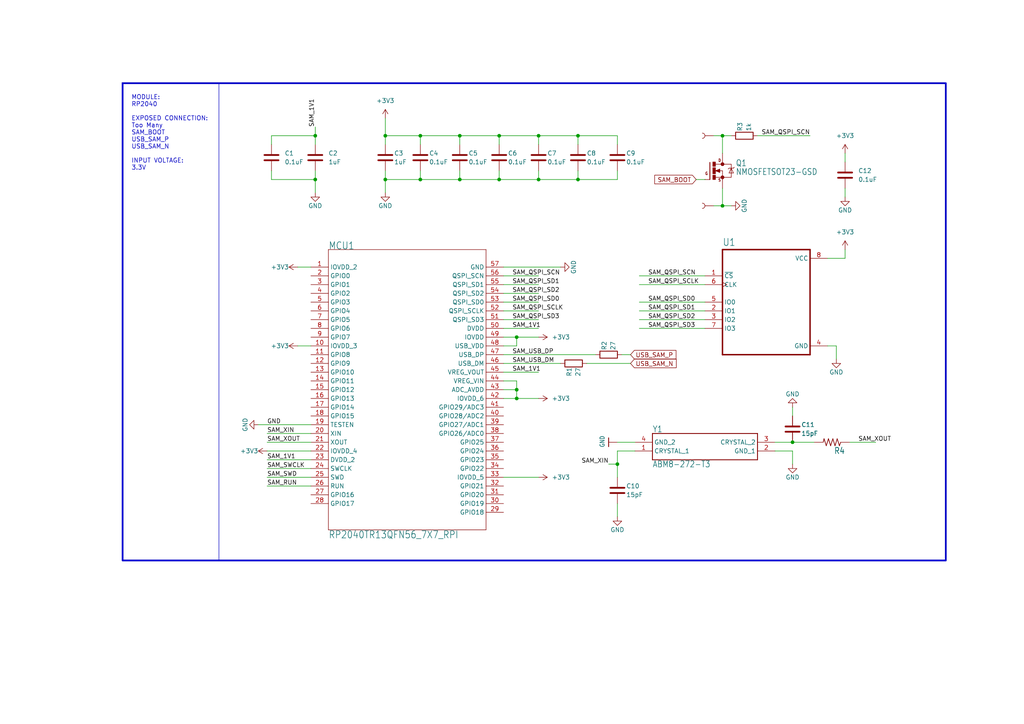
<source format=kicad_sch>
(kicad_sch (version 20230121) (generator eeschema)
  (paper "A4")
  (lib_symbols
    (symbol "AI_EINK-eagle-import:ABM8-272-T3"
      (property "Reference" "Y" (at 36.83 7.62 0))
      (symbol "ABM8-272-T3_1_0"
        (polyline (pts (xy 5.08 2.54) (xy 5.08 -5.08)) (stroke (width 0.254)))
        (polyline (pts (xy 5.08 2.54) (xy 35.56 2.54)) (stroke (width 0.254)))
        (polyline (pts (xy 35.56 -5.08) (xy 5.08 -5.08)) (stroke (width 0.254)))
        (polyline (pts (xy 35.56 -5.08) (xy 35.56 2.54)) (stroke (width 0.254)))
        (pin bidirectional line (at 0 -2.54 0) (length 5.08) (name "CRYSTAL_1") (number "1"))
        (pin bidirectional line (at 40.64 -2.54 180) (length 5.08) (name "GND_1") (number "2"))
        (pin bidirectional line (at 40.64 0 180) (length 5.08) (name "CRYSTAL_2") (number "3"))
        (pin bidirectional line (at 0 0 0) (length 5.08) (name "GND_2") (number "4"))
      )
    )
    (symbol "AI_EINK-eagle-import:GND" (power)
      (property "Value" "GND" (at -1.524 -2.54 0))
      (symbol "GND_1_0"
        (polyline (pts (xy -1.27 0) (xy 1.27 0)) (stroke (width 0.254)))
        (pin power_in line (at 0 2.54 270) (length 2.54) (name "GND") (number "1"))
      )
    )
    (symbol "AI_EINK-eagle-import:NMOSFETSOT23-GSD"
      (property "Reference" "Q" (at 6.35 1.27 0))
      (symbol "NMOSFETSOT23-GSD_1_0"
        (rectangle (start -0.254 -2.54) (end 0.508 -1.27) (fill (type outline)))
        (rectangle (start -0.254 -0.889) (end 0.508 0.889) (fill (type outline)))
        (rectangle (start -0.254 1.27) (end 0.508 2.54) (fill (type outline)))
        (polyline (pts (xy -1.1176 -2.54) (xy -2.54 -2.54)) (stroke (width 0.1524)))
        (polyline (pts (xy -1.1176 2.413) (xy -1.1176 -2.54)) (stroke (width 0.254)))
        (polyline (pts (xy 0.508 -1.905) (xy 2.54 -1.905)) (stroke (width 0.1524)))
        (polyline (pts (xy 0.508 0) (xy 1.778 -0.508)) (stroke (width 0.1524)))
        (polyline (pts (xy 0.762 0) (xy 1.651 -0.254)) (stroke (width 0.3048)))
        (polyline (pts (xy 1.651 -0.254) (xy 1.651 0)) (stroke (width 0.3048)))
        (polyline (pts (xy 1.651 0) (xy 1.397 0)) (stroke (width 0.3048)))
        (polyline (pts (xy 1.651 0) (xy 2.54 0)) (stroke (width 0.1524)))
        (polyline (pts (xy 1.651 0.254) (xy 0.762 0)) (stroke (width 0.3048)))
        (polyline (pts (xy 1.778 -0.508) (xy 1.778 0.508)) (stroke (width 0.1524)))
        (polyline (pts (xy 1.778 0.508) (xy 0.508 0)) (stroke (width 0.1524)))
        (polyline (pts (xy 2.54 -1.905) (xy 2.54 -2.54)) (stroke (width 0.1524)))
        (polyline (pts (xy 2.54 0) (xy 2.54 -1.905)) (stroke (width 0.1524)))
        (polyline (pts (xy 2.54 1.905) (xy 0.5334 1.905)) (stroke (width 0.1524)))
        (polyline (pts (xy 2.54 1.905) (xy 5.08 1.905)) (stroke (width 0.1524)))
        (polyline (pts (xy 2.54 2.54) (xy 2.54 1.905)) (stroke (width 0.1524)))
        (polyline (pts (xy 4.445 -0.635) (xy 5.715 -0.635)) (stroke (width 0.1524)))
        (polyline (pts (xy 4.445 0.762) (xy 4.191 0.508)) (stroke (width 0.1524)))
        (polyline (pts (xy 4.445 0.762) (xy 5.08 0.762)) (stroke (width 0.1524)))
        (polyline (pts (xy 5.08 -1.905) (xy 2.54 -1.905)) (stroke (width 0.1524)))
        (polyline (pts (xy 5.08 0.762) (xy 4.445 -0.635)) (stroke (width 0.1524)))
        (polyline (pts (xy 5.08 0.762) (xy 5.08 -1.905)) (stroke (width 0.1524)))
        (polyline (pts (xy 5.08 0.762) (xy 5.715 0.762)) (stroke (width 0.1524)))
        (polyline (pts (xy 5.08 1.905) (xy 5.08 0.762)) (stroke (width 0.1524)))
        (polyline (pts (xy 5.715 -0.635) (xy 5.08 0.762)) (stroke (width 0.1524)))
        (polyline (pts (xy 5.715 0.762) (xy 5.969 1.016)) (stroke (width 0.1524)))
        (circle (center 2.54 -1.905) (radius 0.127) (stroke (width 0.4064)))
        (circle (center 2.54 1.905) (radius 0.127) (stroke (width 0.4064)))
        (text "D" (at 1.27 2.54 0) (effects (font (size 0.8128 0.6908)) (justify left bottom)))
        (text "G" (at -2.54 -1.27 0) (effects (font (size 0.8128 0.6908)) (justify left bottom)))
        (text "S" (at 1.27 -3.175 0) (effects (font (size 0.8128 0.6908)) (justify left bottom)))
        (pin passive line (at -2.54 -2.54 0) (length 0) (name "G") (number "1"))
        (pin passive line (at 2.54 -5.08 90) (length 2.54) (name "S") (number "2"))
        (pin passive line (at 2.54 5.08 270) (length 2.54) (name "D") (number "3"))
      )
    )
    (symbol "AI_EINK-eagle-import:R-USCHIP-0402(1005-METRIC)"
      (property "Reference" "R" (at 0 2.7686 0))
      (symbol "R-USCHIP-0402(1005-METRIC)_1_0"
        (polyline (pts (xy -2.54 0) (xy -2.159 1.016)) (stroke (width 0.2032)))
        (polyline (pts (xy -2.159 1.016) (xy -1.524 -1.016)) (stroke (width 0.2032)))
        (polyline (pts (xy -1.524 -1.016) (xy -0.889 1.016)) (stroke (width 0.2032)))
        (polyline (pts (xy -0.889 1.016) (xy -0.254 -1.016)) (stroke (width 0.2032)))
        (polyline (pts (xy -0.254 -1.016) (xy 0.381 1.016)) (stroke (width 0.2032)))
        (polyline (pts (xy 0.381 1.016) (xy 1.016 -1.016)) (stroke (width 0.2032)))
        (polyline (pts (xy 1.016 -1.016) (xy 1.651 1.016)) (stroke (width 0.2032)))
        (polyline (pts (xy 1.651 1.016) (xy 2.286 -1.016)) (stroke (width 0.2032)))
        (polyline (pts (xy 2.286 -1.016) (xy 2.54 0)) (stroke (width 0.2032)))
        (pin passive line (at -5.08 0 0) (length 2.54) (name "1") (number "1"))
        (pin passive line (at 5.08 0 180) (length 2.54) (name "2") (number "2"))
      )
    )
    (symbol "AI_EINK-eagle-import:RP2040TR13QFN56_7X7_RPI"
      (symbol "RP2040TR13QFN56_7X7_RPI_1_0"
        (polyline (pts (xy 7.62 -76.2) (xy 53.34 -76.2)) (stroke (width 0.1524)))
        (polyline (pts (xy 7.62 5.08) (xy 7.62 -76.2)) (stroke (width 0.1524)))
        (polyline (pts (xy 53.34 -76.2) (xy 53.34 5.08)) (stroke (width 0.1524)))
        (polyline (pts (xy 53.34 5.08) (xy 7.62 5.08)) (stroke (width 0.1524)))
        (pin power_in line (at 2.54 0 0) (length 5.08) (name "IOVDD_2") (number "1"))
        (pin power_in line (at 2.54 -22.86 0) (length 5.08) (name "IOVDD_3") (number "10"))
        (pin bidirectional line (at 2.54 -25.4 0) (length 5.08) (name "GPIO8") (number "11"))
        (pin bidirectional line (at 2.54 -27.94 0) (length 5.08) (name "GPIO9") (number "12"))
        (pin bidirectional line (at 2.54 -30.48 0) (length 5.08) (name "GPIO10") (number "13"))
        (pin bidirectional line (at 2.54 -33.02 0) (length 5.08) (name "GPIO11") (number "14"))
        (pin bidirectional line (at 2.54 -35.56 0) (length 5.08) (name "GPIO12") (number "15"))
        (pin bidirectional line (at 2.54 -38.1 0) (length 5.08) (name "GPIO13") (number "16"))
        (pin bidirectional line (at 2.54 -40.64 0) (length 5.08) (name "GPIO14") (number "17"))
        (pin bidirectional line (at 2.54 -43.18 0) (length 5.08) (name "GPIO15") (number "18"))
        (pin input line (at 2.54 -45.72 0) (length 5.08) (name "TESTEN") (number "19"))
        (pin bidirectional line (at 2.54 -2.54 0) (length 5.08) (name "GPIO0") (number "2"))
        (pin passive line (at 2.54 -48.26 0) (length 5.08) (name "XIN") (number "20"))
        (pin passive line (at 2.54 -50.8 0) (length 5.08) (name "XOUT") (number "21"))
        (pin power_in line (at 2.54 -53.34 0) (length 5.08) (name "IOVDD_4") (number "22"))
        (pin power_in line (at 2.54 -55.88 0) (length 5.08) (name "DVDD_2") (number "23"))
        (pin input line (at 2.54 -58.42 0) (length 5.08) (name "SWCLK") (number "24"))
        (pin bidirectional line (at 2.54 -60.96 0) (length 5.08) (name "SWD") (number "25"))
        (pin input line (at 2.54 -63.5 0) (length 5.08) (name "RUN") (number "26"))
        (pin bidirectional line (at 2.54 -66.04 0) (length 5.08) (name "GPIO16") (number "27"))
        (pin bidirectional line (at 2.54 -68.58 0) (length 5.08) (name "GPIO17") (number "28"))
        (pin bidirectional line (at 58.42 -71.12 180) (length 5.08) (name "GPIO18") (number "29"))
        (pin bidirectional line (at 2.54 -5.08 0) (length 5.08) (name "GPIO1") (number "3"))
        (pin bidirectional line (at 58.42 -68.58 180) (length 5.08) (name "GPIO19") (number "30"))
        (pin bidirectional line (at 58.42 -66.04 180) (length 5.08) (name "GPIO20") (number "31"))
        (pin bidirectional line (at 58.42 -63.5 180) (length 5.08) (name "GPIO21") (number "32"))
        (pin power_in line (at 58.42 -60.96 180) (length 5.08) (name "IOVDD_5") (number "33"))
        (pin bidirectional line (at 58.42 -58.42 180) (length 5.08) (name "GPIO22") (number "34"))
        (pin bidirectional line (at 58.42 -55.88 180) (length 5.08) (name "GPIO23") (number "35"))
        (pin bidirectional line (at 58.42 -53.34 180) (length 5.08) (name "GPIO24") (number "36"))
        (pin bidirectional line (at 58.42 -50.8 180) (length 5.08) (name "GPIO25") (number "37"))
        (pin bidirectional line (at 58.42 -48.26 180) (length 5.08) (name "GPIO26/ADC0") (number "38"))
        (pin bidirectional line (at 58.42 -45.72 180) (length 5.08) (name "GPIO27/ADC1") (number "39"))
        (pin bidirectional line (at 2.54 -7.62 0) (length 5.08) (name "GPIO2") (number "4"))
        (pin bidirectional line (at 58.42 -43.18 180) (length 5.08) (name "GPIO28/ADC2") (number "40"))
        (pin bidirectional line (at 58.42 -40.64 180) (length 5.08) (name "GPIO29/ADC3") (number "41"))
        (pin power_in line (at 58.42 -38.1 180) (length 5.08) (name "IOVDD_6") (number "42"))
        (pin power_in line (at 58.42 -35.56 180) (length 5.08) (name "ADC_AVDD") (number "43"))
        (pin power_in line (at 58.42 -33.02 180) (length 5.08) (name "VREG_VIN") (number "44"))
        (pin output line (at 58.42 -30.48 180) (length 5.08) (name "VREG_VOUT") (number "45"))
        (pin bidirectional line (at 58.42 -27.94 180) (length 5.08) (name "USB_DM") (number "46"))
        (pin bidirectional line (at 58.42 -25.4 180) (length 5.08) (name "USB_DP") (number "47"))
        (pin power_in line (at 58.42 -22.86 180) (length 5.08) (name "USB_VDD") (number "48"))
        (pin power_in line (at 58.42 -20.32 180) (length 5.08) (name "IOVDD") (number "49"))
        (pin bidirectional line (at 2.54 -10.16 0) (length 5.08) (name "GPIO3") (number "5"))
        (pin power_in line (at 58.42 -17.78 180) (length 5.08) (name "DVDD") (number "50"))
        (pin bidirectional line (at 58.42 -15.24 180) (length 5.08) (name "QSPI_SD3") (number "51"))
        (pin bidirectional line (at 58.42 -12.7 180) (length 5.08) (name "QSPI_SCLK") (number "52"))
        (pin bidirectional line (at 58.42 -10.16 180) (length 5.08) (name "QSPI_SD0") (number "53"))
        (pin bidirectional line (at 58.42 -7.62 180) (length 5.08) (name "QSPI_SD2") (number "54"))
        (pin bidirectional line (at 58.42 -5.08 180) (length 5.08) (name "QSPI_SD1") (number "55"))
        (pin bidirectional line (at 58.42 -2.54 180) (length 5.08) (name "QSPI_SCN") (number "56"))
        (pin passive line (at 58.42 0 180) (length 5.08) (name "GND") (number "57"))
        (pin bidirectional line (at 2.54 -12.7 0) (length 5.08) (name "GPIO4") (number "6"))
        (pin bidirectional line (at 2.54 -15.24 0) (length 5.08) (name "GPIO5") (number "7"))
        (pin bidirectional line (at 2.54 -17.78 0) (length 5.08) (name "GPIO6") (number "8"))
        (pin bidirectional line (at 2.54 -20.32 0) (length 5.08) (name "GPIO7") (number "9"))
      )
    )
    (symbol "AI_EINK-eagle-import:TEST-POINT3"
      (symbol "TEST-POINT3_1_0"
        (polyline (pts (xy 2.54 0) (xy 0 0)) (stroke (width 0.1524)))
        (arc (start 3.302 0.762) (mid 2.5433 0) (end 3.302 -0.762) (stroke (width 0.1524)))
        (pin bidirectional line (at 0 0 180) (length 0) (name "1") (number "P$1"))
      )
    )
    (symbol "AI_EINK-eagle-import:W25Q16JVUXIQ_TR"
      (property "Reference" "U" (at -12.7 16.24 0))
      (symbol "W25Q16JVUXIQ_TR_1_0"
        (polyline (pts (xy -12.7 -15.24) (xy -12.7 15.24)) (stroke (width 0.41)))
        (polyline (pts (xy -12.7 15.24) (xy 12.7 15.24)) (stroke (width 0.41)))
        (polyline (pts (xy 12.7 -15.24) (xy -12.7 -15.24)) (stroke (width 0.41)))
        (polyline (pts (xy 12.7 15.24) (xy 12.7 -15.24)) (stroke (width 0.41)))
        (pin input line (at -17.78 7.62 0) (length 5.08) (name "~{CS}") (number "1"))
        (pin bidirectional line (at -17.78 -2.54 0) (length 5.08) (name "IO1") (number "2"))
        (pin bidirectional line (at -17.78 -5.08 0) (length 5.08) (name "IO2") (number "3"))
        (pin power_in line (at 17.78 -12.7 180) (length 5.08) (name "GND") (number "4"))
        (pin bidirectional line (at -17.78 0 0) (length 5.08) (name "IO0") (number "5"))
        (pin input clock (at -17.78 5.08 0) (length 5.08) (name "CLK") (number "6"))
        (pin bidirectional line (at -17.78 -7.62 0) (length 5.08) (name "IO3") (number "7"))
        (pin power_in line (at 17.78 12.7 180) (length 5.08) (name "VCC") (number "8"))
      )
    )
    (symbol "Device:C" (pin_numbers hide) (pin_names (offset 0.254))
      (property "Reference" "C" (at 0.635 2.54 0))
      (property "Value" "C" (at 0.635 -2.54 0))
      (symbol "C_0_1"
        (polyline (pts (xy -2.032 -0.762) (xy 2.032 -0.762)) (stroke (width 0.508)))
        (polyline (pts (xy -2.032 0.762) (xy 2.032 0.762)) (stroke (width 0.508)))
      )
      (symbol "C_1_1"
        (pin passive line (at 0 3.81 270) (length 2.794) (name "~") (number "1"))
        (pin passive line (at 0 -3.81 90) (length 2.794) (name "~") (number "2"))
      )
    )
    (symbol "Device:R" (pin_numbers hide) (pin_names (offset 0))
      (property "Reference" "R" (at 2.032 0 90))
      (property "Value" "R" (at 0 0 90))
      (symbol "R_0_1"
        (rectangle (start -1.016 -2.54) (end 1.016 2.54) (stroke (width 0.254)))
      )
      (symbol "R_1_1"
        (pin passive line (at 0 3.81 270) (length 1.27) (name "~") (number "1"))
        (pin passive line (at 0 -3.81 90) (length 1.27) (name "~") (number "2"))
      )
    )
    (symbol "power:+3V3" (power) (pin_names (offset 0))
      (property "Value" "+3V3" (at 0 3.556 0))
      (symbol "+3V3_0_1"
        (polyline (pts (xy -0.762 1.27) (xy 0 2.54)))
        (polyline (pts (xy 0 0) (xy 0 2.54)))
        (polyline (pts (xy 0 2.54) (xy 0.762 1.27)))
      )
      (symbol "+3V3_1_1"
        (pin power_in line (at 0 0 90) (length 0) hide (name "+3V3") (number "1"))
      )
    )
    (symbol "power:GND" (power) (pin_names (offset 0))
      (property "Value" "GND" (at 0 -3.81 0))
      (symbol "GND_0_1"
        (polyline (pts (xy 0 0) (xy 0 -1.27) (xy 1.27 -1.27) (xy 0 -2.54) (xy -1.27 -1.27) (xy 0 -1.27)))
      )
      (symbol "GND_1_1"
        (pin power_in line (at 0 0 270) (length 0) hide (name "GND") (number "1"))
      )
    )
  )
  (junction (at 149.86 113.03))
  (junction (at 111.76 52.07))
  (junction (at 209.55 39.37))
  (junction (at 167.64 52.07))
  (junction (at 133.35 52.07))
  (junction (at 144.78 39.37))
  (junction (at 121.92 52.07))
  (junction (at 91.44 52.07))
  (junction (at 167.64 39.37))
  (junction (at 91.44 39.37))
  (junction (at 229.87 128.27))
  (junction (at 179.07 134.62))
  (junction (at 149.86 97.79))
  (junction (at 111.76 39.37))
  (junction (at 156.21 39.37))
  (junction (at 144.78 52.07))
  (junction (at 133.35 39.37))
  (junction (at 209.55 59.69))
  (junction (at 149.86 115.57))
  (junction (at 121.92 39.37))
  (junction (at 156.21 52.07))
  (wire (pts (xy 121.92 39.37) (xy 133.35 39.37)) (stroke (width 0.1524)))
  (wire (pts (xy 146.05 80.01) (xy 156.21 80.01)) (stroke (width 0.1524)))
  (wire (pts (xy 224.79 128.27) (xy 229.87 128.27)) (stroke (width 0.1524)))
  (wire (pts (xy 86.36 100.33) (xy 90.17 100.33)) (stroke (width 0.1524)))
  (wire (pts (xy 209.55 54.61) (xy 209.55 59.69)) (stroke (width 0.1524)))
  (wire (pts (xy 156.21 52.07) (xy 167.64 52.07)) (stroke (width 0.1524)))
  (wire (pts (xy 204.47 52.07) (xy 201.93 52.07)) (stroke (width 0.1524)))
  (wire (pts (xy 179.07 134.62) (xy 179.07 138.43)) (stroke (width 0.1524)))
  (wire (pts (xy 133.35 49.53) (xy 133.35 52.07)))
  (wire (pts (xy 146.05 115.57) (xy 149.86 115.57)))
  (wire (pts (xy 90.17 125.73) (xy 77.47 125.73)) (stroke (width 0.1524)))
  (wire (pts (xy 121.92 52.07) (xy 133.35 52.07)) (stroke (width 0.1524)))
  (wire (pts (xy 90.17 135.89) (xy 77.47 135.89)) (stroke (width 0.1524)))
  (wire (pts (xy 146.05 102.87) (xy 172.72 102.87)) (stroke (width 0.1524)))
  (wire (pts (xy 78.74 52.07) (xy 91.44 52.07)) (stroke (width 0.1524)))
  (wire (pts (xy 156.21 49.53) (xy 156.21 52.07)) (stroke (width 0.1524)))
  (wire (pts (xy 156.21 39.37) (xy 156.21 41.91)) (stroke (width 0.1524)))
  (wire (pts (xy 229.87 120.65) (xy 229.87 118.11)) (stroke (width 0.1524)))
  (wire (pts (xy 90.17 123.19) (xy 74.93 123.19)) (stroke (width 0.1524)))
  (wire (pts (xy 204.47 80.01) (xy 185.42 80.01)) (stroke (width 0.1524)))
  (wire (pts (xy 146.05 87.63) (xy 156.21 87.63)) (stroke (width 0.1524)))
  (wire (pts (xy 179.07 49.53) (xy 179.07 52.07)) (stroke (width 0.1524)))
  (wire (pts (xy 90.17 140.97) (xy 77.47 140.97)) (stroke (width 0.1524)))
  (wire (pts (xy 146.05 97.79) (xy 149.86 97.79)))
  (wire (pts (xy 78.74 39.37) (xy 91.44 39.37)) (stroke (width 0.1524)))
  (wire (pts (xy 149.86 113.03) (xy 149.86 115.57)))
  (wire (pts (xy 90.17 130.81) (xy 77.47 130.81)) (stroke (width 0.1524)))
  (wire (pts (xy 179.07 130.81) (xy 179.07 134.62)) (stroke (width 0.1524)))
  (wire (pts (xy 146.05 77.47) (xy 162.56 77.47)) (stroke (width 0.1524)))
  (wire (pts (xy 146.05 92.71) (xy 156.21 92.71)) (stroke (width 0.1524)))
  (wire (pts (xy 146.05 113.03) (xy 149.86 113.03)))
  (wire (pts (xy 204.47 92.71) (xy 185.42 92.71)) (stroke (width 0.1524)))
  (wire (pts (xy 78.74 41.91) (xy 78.74 39.37)) (stroke (width 0.1524)))
  (wire (pts (xy 144.78 52.07) (xy 156.21 52.07)) (stroke (width 0.1524)))
  (wire (pts (xy 179.07 146.05) (xy 179.07 149.86)))
  (wire (pts (xy 111.76 39.37) (xy 111.76 41.91)) (stroke (width 0.1524)))
  (wire (pts (xy 90.17 133.35) (xy 77.47 133.35)) (stroke (width 0.1524)))
  (wire (pts (xy 149.86 115.57) (xy 156.21 115.57)))
  (wire (pts (xy 156.21 39.37) (xy 167.64 39.37)) (stroke (width 0.1524)))
  (wire (pts (xy 146.05 85.09) (xy 156.21 85.09)) (stroke (width 0.1524)))
  (wire (pts (xy 144.78 49.53) (xy 144.78 52.07)) (stroke (width 0.1524)))
  (wire (pts (xy 91.44 39.37) (xy 91.44 36.83)) (stroke (width 0.1524)))
  (wire (pts (xy 176.53 134.62) (xy 179.07 134.62)) (stroke (width 0.1524)))
  (wire (pts (xy 149.86 97.79) (xy 156.21 97.79)))
  (wire (pts (xy 240.03 100.33) (xy 242.57 100.33)))
  (wire (pts (xy 167.64 39.37) (xy 167.64 41.91)) (stroke (width 0.1524)))
  (wire (pts (xy 111.76 34.29) (xy 111.76 39.37)) (stroke (width 0.1524)))
  (wire (pts (xy 240.03 74.93) (xy 245.11 74.93)))
  (wire (pts (xy 167.64 39.37) (xy 179.07 39.37)))
  (wire (pts (xy 149.86 110.49) (xy 149.86 113.03)))
  (wire (pts (xy 170.18 105.41) (xy 182.88 105.41)) (stroke (width 0.1524)))
  (wire (pts (xy 209.55 59.69) (xy 212.09 59.69)) (stroke (width 0.1524)))
  (wire (pts (xy 146.05 110.49) (xy 149.86 110.49)))
  (wire (pts (xy 144.78 39.37) (xy 156.21 39.37)) (stroke (width 0.1524)))
  (wire (pts (xy 204.47 95.25) (xy 185.42 95.25)) (stroke (width 0.1524)))
  (wire (pts (xy 90.17 138.43) (xy 77.47 138.43)) (stroke (width 0.1524)))
  (wire (pts (xy 90.17 128.27) (xy 77.47 128.27)) (stroke (width 0.1524)))
  (wire (pts (xy 133.35 39.37) (xy 144.78 39.37)) (stroke (width 0.1524)))
  (wire (pts (xy 146.05 95.25) (xy 156.21 95.25)) (stroke (width 0.1524)))
  (wire (pts (xy 149.86 97.79) (xy 149.86 100.33)))
  (wire (pts (xy 146.05 105.41) (xy 162.56 105.41)) (stroke (width 0.1524)))
  (wire (pts (xy 78.74 49.53) (xy 78.74 52.07)) (stroke (width 0.1524)))
  (wire (pts (xy 209.55 39.37) (xy 212.09 39.37)) (stroke (width 0.1524)))
  (wire (pts (xy 146.05 82.55) (xy 156.21 82.55)) (stroke (width 0.1524)))
  (wire (pts (xy 146.05 90.17) (xy 156.21 90.17)) (stroke (width 0.1524)))
  (wire (pts (xy 146.05 107.95) (xy 156.21 107.95)) (stroke (width 0.1524)))
  (wire (pts (xy 179.07 39.37) (xy 179.07 41.91)))
  (wire (pts (xy 91.44 52.07) (xy 91.44 55.88)) (stroke (width 0.1524)))
  (wire (pts (xy 207.01 39.37) (xy 209.55 39.37)) (stroke (width 0.1524)))
  (wire (pts (xy 111.76 39.37) (xy 121.92 39.37)) (stroke (width 0.1524)))
  (wire (pts (xy 219.71 39.37) (xy 234.95 39.37)) (stroke (width 0.1524)))
  (wire (pts (xy 133.35 39.37) (xy 133.35 41.91)) (stroke (width 0.1524)))
  (wire (pts (xy 121.92 39.37) (xy 121.92 41.91)) (stroke (width 0.1524)))
  (wire (pts (xy 111.76 52.07) (xy 111.76 55.88)) (stroke (width 0.1524)))
  (wire (pts (xy 133.35 52.07) (xy 144.78 52.07)) (stroke (width 0.1524)))
  (wire (pts (xy 91.44 49.53) (xy 91.44 52.07)))
  (wire (pts (xy 246.38 128.27) (xy 254 128.27)) (stroke (width 0.1524)))
  (wire (pts (xy 144.78 39.37) (xy 144.78 41.91)) (stroke (width 0.1524)))
  (wire (pts (xy 204.47 87.63) (xy 185.42 87.63)) (stroke (width 0.1524)))
  (wire (pts (xy 167.64 52.07) (xy 179.07 52.07)) (stroke (width 0.1524)))
  (wire (pts (xy 111.76 52.07) (xy 121.92 52.07)) (stroke (width 0.1524)))
  (wire (pts (xy 242.57 100.33) (xy 242.57 104.14)))
  (wire (pts (xy 167.64 49.53) (xy 167.64 52.07)) (stroke (width 0.1524)))
  (wire (pts (xy 121.92 49.53) (xy 121.92 52.07)))
  (wire (pts (xy 245.11 72.39) (xy 245.11 74.93)))
  (wire (pts (xy 111.76 49.53) (xy 111.76 52.07)))
  (wire (pts (xy 207.01 59.69) (xy 209.55 59.69)) (stroke (width 0.1524)))
  (wire (pts (xy 204.47 82.55) (xy 185.42 82.55)) (stroke (width 0.1524)))
  (wire (pts (xy 146.05 138.43) (xy 156.21 138.43)) (stroke (width 0.1524)))
  (wire (pts (xy 224.79 130.81) (xy 229.87 130.81)) (stroke (width 0.1524)))
  (wire (pts (xy 229.87 128.27) (xy 236.22 128.27)) (stroke (width 0.1524)))
  (wire (pts (xy 91.44 41.91) (xy 91.44 39.37)) (stroke (width 0.1524)))
  (wire (pts (xy 146.05 100.33) (xy 149.86 100.33)))
  (wire (pts (xy 245.11 46.99) (xy 245.11 44.45)) (stroke (width 0.1524)))
  (wire (pts (xy 229.87 130.81) (xy 229.87 134.62)) (stroke (width 0.1524)))
  (wire (pts (xy 180.34 102.87) (xy 182.88 102.87)) (stroke (width 0.1524)))
  (wire (pts (xy 184.15 128.27) (xy 179.07 128.27)) (stroke (width 0.1524)))
  (wire (pts (xy 184.15 130.81) (xy 179.07 130.81)) (stroke (width 0.1524)))
  (wire (pts (xy 204.47 90.17) (xy 185.42 90.17)) (stroke (width 0.1524)))
  (wire (pts (xy 86.36 77.47) (xy 90.17 77.47)) (stroke (width 0.1524)))
  (wire (pts (xy 245.11 57.15) (xy 245.11 54.61)) (stroke (width 0.1524)))
  (wire (pts (xy 209.55 44.45) (xy 209.55 39.37)) (stroke (width 0.1524)))
  (rectangle (start 35.56 24.13) (end 63.5 162.56))
  (rectangle (start 35.56 24.13) (end 274.32 162.56) (stroke (width 0.5)))
  (text "MODULE:\nRP2040\n\nEXPOSED CONNECTION: \nToo Many\nSAM_BOOT\nUSB_SAM_P\nUSB_SAM_N\n\nINPUT VOLTAGE:\n3.3V" (at 38.1 49.53 0) (effects (font (size 1.27 1.27)) (justify left bottom)))
  (label "SAM_XOUT" (at 248.92 128.27 0) (effects (font (size 1.2446 1.2446))))
  (label "SAM_1V1" (at 148.59 107.95 0) (effects (font (size 1.2446 1.2446))))
  (label "SAM_1V1" (at 148.59 95.25 0) (effects (font (size 1.2446 1.2446))))
  (label "SAM_QSPI_SCLK" (at 187.96 82.55 0) (effects (font (size 1.2446 1.2446))))
  (label "SAM_USB_DM" (at 148.59 105.41 0) (effects (font (size 1.2446 1.2446))))
  (label "SAM_XOUT" (at 77.47 128.27 0) (effects (font (size 1.2446 1.2446))))
  (label "SAM_QSPI_SCLK" (at 148.59 90.17 0) (effects (font (size 1.2446 1.2446))))
  (label "SAM_SWD" (at 77.47 138.43 0) (effects (font (size 1.2446 1.2446))))
  (label "SAM_1V1" (at 77.47 133.35 0) (effects (font (size 1.2446 1.2446))))
  (label "SAM_RUN" (at 77.47 140.97 0) (effects (font (size 1.2446 1.2446))))
  (label "SAM_QSPI_SD0" (at 187.96 87.63 0) (effects (font (size 1.2446 1.2446))))
  (label "SAM_USB_DP" (at 148.59 102.87 0) (effects (font (size 1.2446 1.2446))))
  (label "SAM_SWCLK" (at 77.47 135.89 0) (effects (font (size 1.2446 1.2446))))
  (label "SAM_XIN" (at 77.47 125.73 0) (effects (font (size 1.2446 1.2446))))
  (label "SAM_XIN" (at 176.53 134.62 180) (effects (font (size 1.2446 1.2446))))
  (label "SAM_QSPI_SD3" (at 187.96 95.25 0) (effects (font (size 1.2446 1.2446))))
  (label "SAM_QSPI_SD2" (at 187.96 92.71 0) (effects (font (size 1.2446 1.2446))))
  (label "SAM_QSPI_SD1" (at 148.59 82.55 0) (effects (font (size 1.2446 1.2446))))
  (label "SAM_1V1" (at 91.44 36.83 90) (effects (font (size 1.2446 1.2446))))
  (label "SAM_QSPI_SD3" (at 148.59 92.71 0) (effects (font (size 1.2446 1.2446))))
  (label "SAM_QSPI_SD2" (at 148.59 85.09 0) (effects (font (size 1.2446 1.2446))))
  (label "SAM_QSPI_SD0" (at 148.59 87.63 0) (effects (font (size 1.2446 1.2446))))
  (label "SAM_QSPI_SCN" (at 234.95 39.37 180))
  (label "SAM_QSPI_SCN" (at 187.96 80.01 0) (effects (font (size 1.2446 1.2446))))
  (label "GND" (at 77.47 123.19 0) (effects (font (size 1.2446 1.2446))))
  (label "SAM_QSPI_SCN" (at 148.59 80.01 0) (effects (font (size 1.2446 1.2446))))
  (label "SAM_QSPI_SD1" (at 187.96 90.17 0) (effects (font (size 1.2446 1.2446))))
  (global_label "USB_SAM_N" (shape input) (at 182.88 105.41 0) (property "Intersheetrefs" "${INTERSHEET_REFS}" (effects hide)))
  (global_label "SAM_BOOT" (shape input) (at 201.93 52.07 180) (property "Intersheetrefs" "${INTERSHEET_REFS}" (effects hide)))
  (global_label "USB_SAM_P" (shape input) (at 182.88 102.87 0) (property "Intersheetrefs" "${INTERSHEET_REFS}" (effects hide)))
  (symbol (lib_id "power:GND") (at 91.44 55.88 0) (unit 1)
    (property "Reference" "#PWR05" (effects hide))
    (property "Value" "GND" (at 91.44 59.69 0))
  )
  (symbol (lib_id "Device:C") (at 167.64 45.72 0) (unit 1)
    (property "Reference" "C8" (at 170.18 44.45 0) (effects (justify left)))
    (property "Value" "0.1uF" (at 170.18 46.99 0) (effects (justify left)))
    (property "Footprint" "Capacitor_SMD:C_0402_1005Metric" (effects hide))
  )
  (symbol (lib_id "power:+3V3") (at 86.36 77.47 90) (unit 1)
    (property "Reference" "#PWR03" (effects hide))
    (property "Value" "+3V3" (at 83.82 77.47 90) (effects (justify left)))
  )
  (symbol (lib_id "power:+3V3") (at 111.76 34.29 0) (unit 1)
    (property "Reference" "#PWR06" (effects hide))
    (property "Value" "+3V3" (at 111.76 29.21 0))
  )
  (symbol (lib_id "power:+3V3") (at 156.21 97.79 270) (unit 1)
    (property "Reference" "#PWR08" (effects hide))
    (property "Value" "+3V3" (at 160.02 97.79 90) (effects (justify left)))
  )
  (symbol (lib_id "power:GND") (at 162.56 77.47 90) (unit 1)
    (property "Reference" "#PWR011" (effects hide))
    (property "Value" "GND" (at 166.37 77.47 0))
  )
  (symbol (lib_id "AI_EINK-eagle-import:RP2040TR13QFN56_7X7_RPI") (at 87.63 77.47 0) (unit 1)
    (property "Reference" "MCU1" (at 95.25 72.39 0) (effects (font (size 2.083 1.7705)) (justify left bottom)))
    (property "Value" "RP2040TR13QFN56_7X7_RPI" (at 95.25 156.21 0) (effects (font (size 2.083 1.7705)) (justify left bottom)))
    (property "Footprint" "AI_EINK:QFN56_7X7_RPI" (effects hide))
  )
  (symbol (lib_id "AI_EINK-eagle-import:W25Q16JVUXIQ_TR") (at 222.25 87.63 0) (unit 1)
    (property "Reference" "U1" (at 209.55 71.39 0) (effects (font (size 2.0828 1.7703)) (justify left bottom)))
    (property "Value" "W25Q16JVUXIQ_TR" (effects hide))
    (property "Footprint" "AI_EINK:PSON50P300X200X60-9N" (effects hide))
  )
  (symbol (lib_id "Device:C") (at 133.35 45.72 0) (unit 1)
    (property "Reference" "C5" (at 135.89 44.45 0) (effects (justify left)))
    (property "Value" "0.1uF" (at 135.89 46.99 0) (effects (justify left)))
    (property "Footprint" "Capacitor_SMD:C_0402_1005Metric" (effects hide))
  )
  (symbol (lib_id "power:GND") (at 229.87 118.11 180) (unit 1)
    (property "Reference" "#PWR014" (effects hide))
    (property "Value" "GND" (at 229.87 114.3 0))
  )
  (symbol (lib_id "power:GND") (at 245.11 57.15 0) (unit 1)
    (property "Reference" "#PWR018" (effects hide))
    (property "Value" "GND" (at 245.11 60.96 0))
  )
  (symbol (lib_id "power:GND") (at 179.07 149.86 0) (unit 1)
    (property "Reference" "#PWR012" (effects hide))
    (property "Value" "GND" (at 179.07 153.67 0))
  )
  (symbol (lib_id "power:+3V3") (at 86.36 100.33 90) (unit 1)
    (property "Reference" "#PWR04" (effects hide))
    (property "Value" "+3V3" (at 83.82 100.33 90) (effects (justify left)))
  )
  (symbol (lib_id "Device:R") (at 166.37 105.41 90) (unit 1)
    (property "Reference" "R1" (at 165.1 109.22 0) (effects (justify left)))
    (property "Value" "27" (at 167.64 109.22 0) (effects (justify left)))
    (property "Footprint" "Resistor_SMD:R_01005_0402Metric" (effects hide))
  )
  (symbol (lib_id "power:GND") (at 212.09 59.69 90) (unit 1)
    (property "Reference" "#PWR013" (effects hide))
    (property "Value" "GND" (at 215.9 59.69 0))
  )
  (symbol (lib_id "power:+3V3") (at 245.11 72.39 0) (unit 1)
    (property "Reference" "#PWR019" (effects hide))
    (property "Value" "+3V3" (at 245.11 67.31 0))
  )
  (symbol (lib_id "power:+3V3") (at 156.21 115.57 270) (unit 1)
    (property "Reference" "#PWR09" (effects hide))
    (property "Value" "+3V3" (at 160.02 115.57 90) (effects (justify left)))
  )
  (symbol (lib_id "Device:R") (at 215.9 39.37 90) (unit 1)
    (property "Reference" "R3" (at 214.63 38.1 0) (effects (justify left)))
    (property "Value" "1k" (at 217.17 38.1 0) (effects (justify left)))
    (property "Footprint" "Resistor_SMD:R_01005_0402Metric" (effects hide))
  )
  (symbol (lib_id "AI_EINK-eagle-import:NMOSFETSOT23-GSD") (at 207.01 49.53 0) (unit 1)
    (property "Reference" "Q1" (at 213.36 48.26 0) (effects (font (size 1.778 1.5113)) (justify left bottom)))
    (property "Value" "NMOSFETSOT23-GSD" (at 213.36 50.8 0) (effects (font (size 1.778 1.5113)) (justify left bottom)))
    (property "Footprint" "AI_EINK:SOT23" (effects hide))
  )
  (symbol (lib_id "power:+3V3") (at 245.11 44.45 0) (unit 1)
    (property "Reference" "#PWR017" (effects hide))
    (property "Value" "+3V3" (at 245.11 39.37 0))
  )
  (symbol (lib_id "Device:R") (at 176.53 102.87 90) (unit 1)
    (property "Reference" "R2" (at 175.26 101.6 0) (effects (justify left)))
    (property "Value" "27" (at 177.8 101.6 0) (effects (justify left)))
    (property "Footprint" "Resistor_SMD:R_01005_0402Metric" (effects hide))
  )
  (symbol (lib_id "AI_EINK-eagle-import:R-USCHIP-0402(1005-METRIC)") (at 241.3 128.27 180) (unit 1)
    (property "Reference" "R4" (at 245.11 129.7686 0) (effects (font (size 1.778 1.5113)) (justify left bottom)))
    (property "Value" "1k" (effects hide))
    (property "Footprint" "AI_EINK:RESC1005X40" (effects hide))
  )
  (symbol (lib_id "power:GND") (at 229.87 134.62 0) (unit 1)
    (property "Reference" "#PWR015" (effects hide))
    (property "Value" "GND" (at 229.87 138.43 0))
  )
  (symbol (lib_id "Device:C") (at 91.44 45.72 0) (unit 1)
    (property "Reference" "C2" (at 95.25 44.45 0) (effects (justify left)))
    (property "Value" "1uF" (at 95.25 46.99 0) (effects (justify left)))
    (property "Footprint" "Capacitor_SMD:C_0402_1005Metric" (effects hide))
  )
  (symbol (lib_id "AI_EINK-eagle-import:ABM8-272-T3") (at 184.15 128.27 0) (unit 1)
    (property "Reference" "Y1" (at 189.23 124.46 0) (effects (font (size 1.778 1.5113)) (justify left)))
    (property "Value" "ABM8-272-T3" (at 189.23 134.62 0) (effects (font (size 1.778 1.5113)) (justify left)))
    (property "Footprint" "AI_EINK:ABM8272T3" (effects hide))
  )
  (symbol (lib_id "AI_EINK-eagle-import:TEST-POINT3") (at 207.01 59.69 180) (unit 1)
    (property "Reference" "GND1" (effects hide))
    (property "Value" "TEST-POINT3" (effects hide))
    (property "Footprint" "AI_EINK:PAD.03X.03" (effects hide))
  )
  (symbol (lib_id "Device:C") (at 78.74 45.72 0) (unit 1)
    (property "Reference" "C1" (at 82.55 44.45 0) (effects (justify left)))
    (property "Value" "0.1uF" (at 82.55 46.99 0) (effects (justify left)))
    (property "Footprint" "Capacitor_SMD:C_0402_1005Metric" (effects hide))
  )
  (symbol (lib_id "AI_EINK-eagle-import:TEST-POINT3") (at 207.01 39.37 180) (unit 1)
    (property "Reference" "USB_BOOT_N1" (effects hide))
    (property "Value" "TEST-POINT3" (effects hide))
    (property "Footprint" "AI_EINK:PAD.03X.03" (effects hide))
  )
  (symbol (lib_id "Device:C") (at 179.07 142.24 0) (unit 1)
    (property "Reference" "C10" (at 181.61 140.97 0) (effects (justify left)))
    (property "Value" "15pF" (at 181.61 143.51 0) (effects (justify left)))
    (property "Footprint" "Capacitor_SMD:C_0402_1005Metric" (effects hide))
  )
  (symbol (lib_id "power:GND") (at 74.93 123.19 270) (unit 1)
    (property "Reference" "#PWR01" (effects hide))
    (property "Value" "GND" (at 71.12 123.19 0))
  )
  (symbol (lib_id "Device:C") (at 179.07 45.72 0) (unit 1)
    (property "Reference" "C9" (at 181.61 44.45 0) (effects (justify left)))
    (property "Value" "0.1uF" (at 181.61 46.99 0) (effects (justify left)))
    (property "Footprint" "Capacitor_SMD:C_0402_1005Metric" (effects hide))
  )
  (symbol (lib_id "power:GND") (at 111.76 55.88 0) (unit 1)
    (property "Reference" "#PWR07" (effects hide))
    (property "Value" "GND" (at 111.76 59.69 0))
  )
  (symbol (lib_id "AI_EINK-eagle-import:GND") (at 176.53 128.27 270) (mirror x) (unit 1)
    (property "Reference" "#U$01" (effects hide))
    (property "Value" "GND" (at 173.99 129.794 0) (effects (font (size 1.27 1.0795)) (justify left bottom)))
  )
  (symbol (lib_id "Device:C") (at 245.11 50.8 0) (unit 1)
    (property "Reference" "C12" (at 248.92 49.53 0) (effects (justify left)))
    (property "Value" "0.1uF" (at 248.92 52.07 0) (effects (justify left)))
    (property "Footprint" "Capacitor_SMD:C_0402_1005Metric" (effects hide))
  )
  (symbol (lib_id "Device:C") (at 156.21 45.72 0) (unit 1)
    (property "Reference" "C7" (at 158.75 44.45 0) (effects (justify left)))
    (property "Value" "0.1uF" (at 158.75 46.99 0) (effects (justify left)))
    (property "Footprint" "Capacitor_SMD:C_0402_1005Metric" (effects hide))
  )
  (symbol (lib_id "Device:C") (at 121.92 45.72 0) (unit 1)
    (property "Reference" "C4" (at 124.46 44.45 0) (effects (justify left)))
    (property "Value" "0.1uF" (at 124.46 46.99 0) (effects (justify left)))
    (property "Footprint" "Capacitor_SMD:C_0402_1005Metric" (effects hide))
  )
  (symbol (lib_id "power:+3V3") (at 156.21 138.43 270) (unit 1)
    (property "Reference" "#PWR010" (effects hide))
    (property "Value" "+3V3" (at 160.02 138.43 90) (effects (justify left)))
  )
  (symbol (lib_id "Device:C") (at 111.76 45.72 0) (unit 1)
    (property "Reference" "C3" (at 114.3 44.45 0) (effects (justify left)))
    (property "Value" "1uF" (at 114.3 46.99 0) (effects (justify left)))
    (property "Footprint" "Capacitor_SMD:C_0402_1005Metric" (effects hide))
  )
  (symbol (lib_id "power:+3V3") (at 77.47 130.81 90) (unit 1)
    (property "Reference" "#PWR02" (effects hide))
    (property "Value" "+3V3" (at 74.93 130.81 90) (effects (justify left)))
  )
  (symbol (lib_id "Device:C") (at 144.78 45.72 0) (unit 1)
    (property "Reference" "C6" (at 147.32 44.45 0) (effects (justify left)))
    (property "Value" "0.1uF" (at 147.32 46.99 0) (effects (justify left)))
    (property "Footprint" "Capacitor_SMD:C_0402_1005Metric" (effects hide))
  )
  (symbol (lib_id "Device:C") (at 229.87 124.46 0) (unit 1)
    (property "Reference" "C11" (at 232.41 123.19 0) (effects (justify left)))
    (property "Value" "15pF" (at 232.41 125.73 0) (effects (justify left)))
    (property "Footprint" "Capacitor_SMD:C_0402_1005Metric" (effects hide))
  )
  (symbol (lib_id "power:GND") (at 242.57 104.14 0) (unit 1)
    (property "Reference" "#PWR016" (effects hide))
    (property "Value" "GND" (at 242.57 107.95 0))
  )
)
</source>
